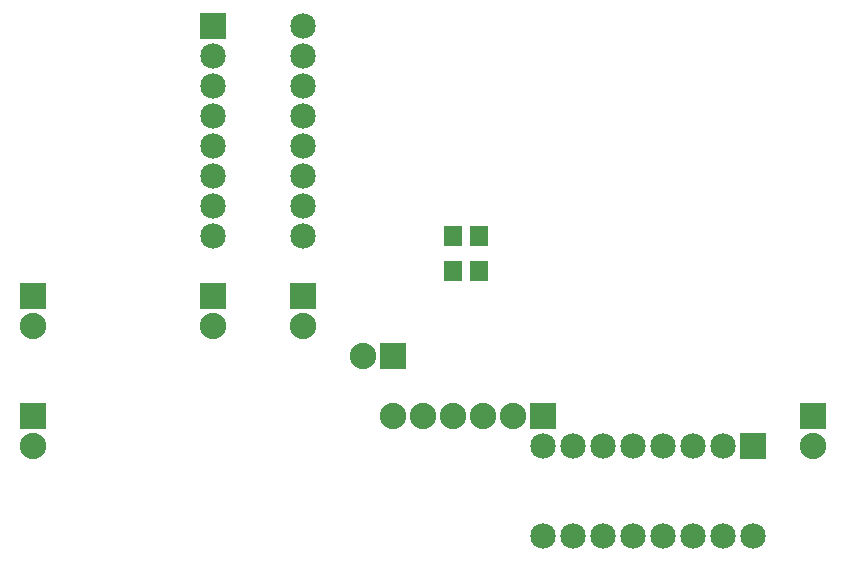
<source format=gts>
G04 MADE WITH FRITZING*
G04 WWW.FRITZING.ORG*
G04 DOUBLE SIDED*
G04 HOLES PLATED*
G04 CONTOUR ON CENTER OF CONTOUR VECTOR*
%ASAXBY*%
%FSLAX23Y23*%
%MOIN*%
%OFA0B0*%
%SFA1.0B1.0*%
%ADD10C,0.085000*%
%ADD11C,0.088000*%
%ADD12R,0.085000X0.085000*%
%ADD13R,0.088000X0.088000*%
%ADD14R,0.061181X0.069055*%
%LNMASK1*%
G90*
G70*
G54D10*
X711Y2078D03*
X1011Y2078D03*
X711Y1978D03*
X1011Y1978D03*
X711Y1878D03*
X1011Y1878D03*
X711Y1778D03*
X1011Y1778D03*
X711Y1678D03*
X1011Y1678D03*
X711Y1578D03*
X1011Y1578D03*
X711Y1478D03*
X1011Y1478D03*
X711Y1378D03*
X1011Y1378D03*
G54D11*
X111Y1178D03*
X111Y1078D03*
X111Y778D03*
X111Y678D03*
X711Y1178D03*
X711Y1078D03*
X1011Y1178D03*
X1011Y1078D03*
X1811Y778D03*
X1711Y778D03*
X1611Y778D03*
X1511Y778D03*
X1411Y778D03*
X1311Y778D03*
G54D10*
X2511Y678D03*
X2511Y378D03*
X2411Y678D03*
X2411Y378D03*
X2311Y678D03*
X2311Y378D03*
X2211Y678D03*
X2211Y378D03*
X2111Y678D03*
X2111Y378D03*
X2011Y678D03*
X2011Y378D03*
X1911Y678D03*
X1911Y378D03*
X1811Y678D03*
X1811Y378D03*
G54D11*
X1311Y978D03*
X1211Y978D03*
X2711Y778D03*
X2711Y678D03*
G54D12*
X711Y2078D03*
G54D13*
X111Y1178D03*
X111Y778D03*
X711Y1178D03*
X1011Y1178D03*
X1811Y778D03*
G54D14*
X1511Y1261D03*
X1598Y1261D03*
X1511Y1378D03*
X1598Y1378D03*
G54D12*
X2511Y678D03*
G54D13*
X1311Y978D03*
X2711Y778D03*
G04 End of Mask1*
M02*
</source>
